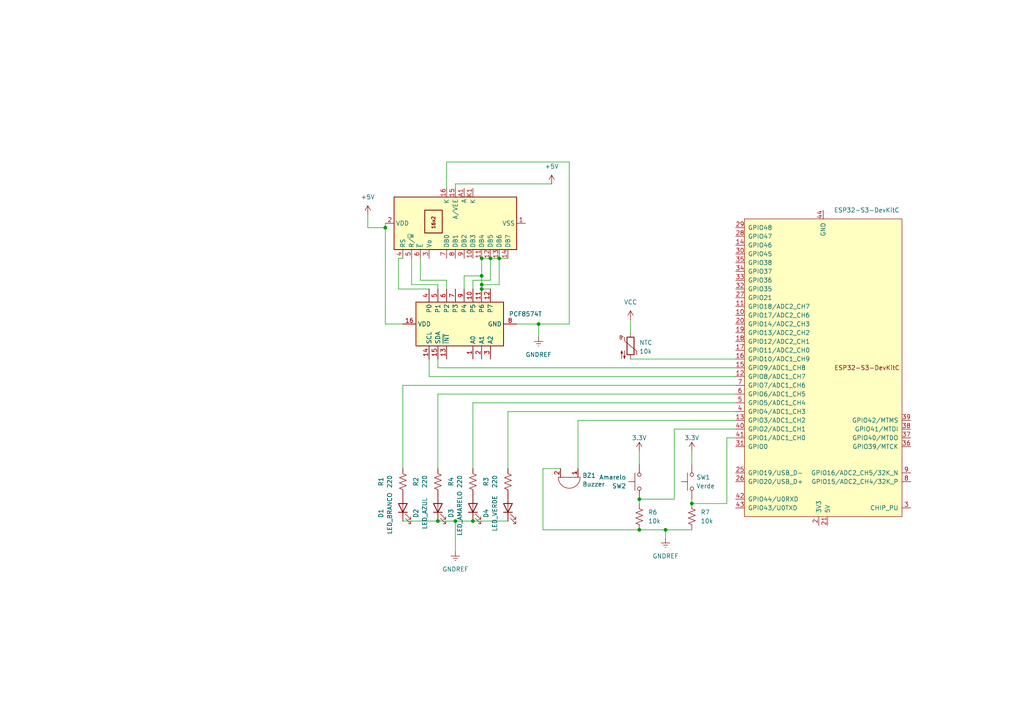
<source format=kicad_sch>
(kicad_sch (version 20250114) (generator "eeschema") (generator_version "9.0")
  (paper "A4")
  (title_block (title "Adriel Cassimiro") (date "2025-06-09") (rev "V 0.0.01") (company "SystemEmbebbed ATV08 SPI"))
  (lib_symbols
    (symbol "Device:Buzzer" (pin_names (offset 0.0254) (hide yes))
      (property "Reference" "BZ" (at 3.81 1.27 0))
      (property "Value" "Buzzer" (at 3.81 -1.27 0))
      (symbol "Buzzer_0_1"
        (polyline (pts (xy -1.651 1.905) (xy -1.143 1.905)))
        (polyline (pts (xy -1.397 2.159) (xy -1.397 1.651)))
        (arc (start 0 3.175) (mid 3.1612 0) (end 0 -3.175))
        (polyline (pts (xy 0 3.175) (xy 0 -3.175)))
      )
      (symbol "Buzzer_1_1"
        (pin passive line (at -2.54 2.54 0) (length 2.54) (name "+") (number "1"))
        (pin passive line (at -2.54 -2.54 0) (length 2.54) (name "-") (number "2"))
      )
    )
    (symbol "Device:LED" (pin_numbers (hide yes)) (pin_names (offset 1.016) (hide yes))
      (property "Reference" "D" (at 0 2.54 0))
      (property "Value" "LED" (at 0 -2.54 0))
      (symbol "LED_0_1"
        (polyline (pts (xy -3.048 -0.762) (xy -4.572 -2.286) (xy -3.81 -2.286) (xy -4.572 -2.286) (xy -4.572 -1.524)))
        (polyline (pts (xy -1.778 -0.762) (xy -3.302 -2.286) (xy -2.54 -2.286) (xy -3.302 -2.286) (xy -3.302 -1.524)))
        (polyline (pts (xy -1.27 0) (xy 1.27 0)))
        (polyline (pts (xy -1.27 -1.27) (xy -1.27 1.27)) (stroke (width 0.254)))
        (polyline (pts (xy 1.27 -1.27) (xy 1.27 1.27) (xy -1.27 0) (xy 1.27 -1.27)) (stroke (width 0.254)))
      )
      (symbol "LED_1_1"
        (pin passive line (at -3.81 0 0) (length 2.54) (name "K") (number "1"))
        (pin passive line (at 3.81 0 180) (length 2.54) (name "A") (number "2"))
      )
    )
    (symbol "Device:R_US" (pin_numbers (hide yes)) (pin_names (offset 0))
      (property "Reference" "R" (at 2.54 0 90))
      (property "Value" "R_US" (at -2.54 0 90))
      (symbol "R_US_0_1"
        (polyline (pts (xy 0 2.286) (xy 0 2.54)))
        (polyline (pts (xy 0 2.286) (xy 1.016 1.905) (xy 0 1.524) (xy -1.016 1.143) (xy 0 0.762)))
        (polyline (pts (xy 0 0.762) (xy 1.016 0.381) (xy 0 0) (xy -1.016 -0.381) (xy 0 -0.762)))
        (polyline (pts (xy 0 -0.762) (xy 1.016 -1.143) (xy 0 -1.524) (xy -1.016 -1.905) (xy 0 -2.286)))
        (polyline (pts (xy 0 -2.286) (xy 0 -2.54)))
      )
      (symbol "R_US_1_1"
        (pin passive line (at 0 3.81 270) (length 1.27) (name "~") (number "1"))
        (pin passive line (at 0 -3.81 90) (length 1.27) (name "~") (number "2"))
      )
    )
    (symbol "Device:Thermistor_NTC" (pin_numbers (hide yes)) (pin_names (offset 0))
      (property "Reference" "TH" (at -4.445 0 90))
      (property "Value" "Thermistor_NTC" (at 3.175 0 90))
      (symbol "Thermistor_NTC_0_1"
        (arc (start -3.175 2.413) (mid -3.0506 2.3165) (end -3.048 2.159))
        (arc (start -3.048 2.794) (mid -2.9736 2.9736) (end -2.794 3.048))
        (arc (start -2.794 3.048) (mid -2.6144 2.9736) (end -2.54 2.794))
        (arc (start -2.794 2.54) (mid -2.9736 2.6144) (end -3.048 2.794))
        (arc (start -2.794 1.905) (mid -2.9736 1.9794) (end -3.048 2.159))
        (arc (start -2.54 2.159) (mid -2.6144 1.9794) (end -2.794 1.905))
        (arc (start -2.159 2.794) (mid -2.434 2.5608) (end -2.794 2.54))
        (polyline (pts (xy -2.54 2.159) (xy -2.54 2.794)))
        (polyline (pts (xy -2.54 -3.683) (xy -2.54 -1.397) (xy -2.794 -2.159) (xy -2.286 -2.159) (xy -2.54 -1.397) (xy -2.54 -1.651)) (fill (type outline)))
        (polyline (pts (xy -1.778 2.54) (xy -1.778 1.524) (xy 1.778 -1.524) (xy 1.778 -2.54)))
        (polyline (pts (xy -1.778 -1.397) (xy -1.778 -3.683) (xy -2.032 -2.921) (xy -1.524 -2.921) (xy -1.778 -3.683) (xy -1.778 -3.429)) (fill (type outline)))
        (rectangle (start -1.016 2.54) (end 1.016 -2.54) (stroke (width 0.254)))
      )
      (symbol "Thermistor_NTC_1_1"
        (pin passive line (at 0 3.81 270) (length 1.27) (name "~") (number "1"))
        (pin passive line (at 0 -3.81 90) (length 1.27) (name "~") (number "2"))
      )
    )
    (symbol "Display_Character:RC1602A-GHW-ESX"
      (property "Reference" "U" (at -5.842 19.05 0))
      (property "Value" "RC1602A-GHW-ESX" (at 3.81 19.05 0))
      (symbol "RC1602A-GHW-ESX_0_0"
        (rectangle (start -2.794 8.89) (end 3.81 3.81) (stroke (width 0.254)) (fill (type background)))
        (text "16x2" (at 0.254 6.35 0) (effects (font (size 0.9906 0.9906) (bold yes))))
      )
      (symbol "RC1602A-GHW-ESX_0_1"
        (rectangle (start -7.62 17.78) (end 7.62 -17.78) (stroke (width 0.254)) (fill (type background)))
      )
      (symbol "RC1602A-GHW-ESX_1_1"
        (pin input line (at -10.16 15.24 0) (length 2.54) (name "RS") (number "4"))
        (pin input line (at -10.16 12.7 0) (length 2.54) (name "R/~{W}") (number "5"))
        (pin input line (at -10.16 10.16 0) (length 2.54) (name "~{E}") (number "6"))
        (pin input line (at -10.16 7.62 0) (length 2.54) (name "Vo") (number "3"))
        (pin bidirectional line (at -10.16 2.54 0) (length 2.54) (name "DB0") (number "7"))
        (pin bidirectional line (at -10.16 0 0) (length 2.54) (name "DB1") (number "8"))
        (pin bidirectional line (at -10.16 -2.54 0) (length 2.54) (name "DB2") (number "9"))
        (pin bidirectional line (at -10.16 -5.08 0) (length 2.54) (name "DB3") (number "10"))
        (pin bidirectional line (at -10.16 -7.62 0) (length 2.54) (name "DB4") (number "11"))
        (pin bidirectional line (at -10.16 -10.16 0) (length 2.54) (name "DB5") (number "12"))
        (pin bidirectional line (at -10.16 -12.7 0) (length 2.54) (name "DB6") (number "13"))
        (pin bidirectional line (at -10.16 -15.24 0) (length 2.54) (name "DB7") (number "14"))
        (pin power_in line (at 0 20.32 270) (length 2.54) (name "VDD") (number "2"))
        (pin power_in line (at 0 -20.32 90) (length 2.54) (name "VSS") (number "1"))
        (pin passive line (at 10.16 2.54 180) (length 2.54) (name "K") (number "16"))
        (pin passive line (at 10.16 0 180) (length 2.54) (name "A/VEE") (number "15"))
        (pin passive line (at 10.16 -2.54 180) (length 2.54) (name "A") (number "A1"))
        (pin passive line (at 10.16 -5.08 180) (length 2.54) (name "K") (number "K1"))
      )
    )
    (symbol "Interface_Expansion:PCF8574T"
      (property "Reference" "U" (at -6.35 12.954 0))
      (property "Value" "PCF8574T" (at 3.048 12.954 0))
      (symbol "PCF8574T_0_1"
        (rectangle (start -6.35 -13.97) (end 6.35 11.43) (stroke (width 0.254)) (fill (type background)))
      )
      (symbol "PCF8574T_1_1"
        (pin input line (at -10.16 7.62 0) (length 3.81) (name "SCL") (number "14"))
        (pin bidirectional line (at -10.16 5.08 0) (length 3.81) (name "SDA") (number "15"))
        (pin open_collector line (at -10.16 2.54 0) (length 3.81) (name "~{INT}") (number "13"))
        (pin input line (at -10.16 -5.08 0) (length 3.81) (name "A0") (number "1"))
        (pin input line (at -10.16 -7.62 0) (length 3.81) (name "A1") (number "2"))
        (pin input line (at -10.16 -10.16 0) (length 3.81) (name "A2") (number "3"))
        (pin power_in line (at 0 15.24 270) (length 3.81) (name "VDD") (number "16"))
        (pin power_in line (at 0 -17.78 90) (length 3.81) (name "GND") (number "8"))
        (pin bidirectional line (at 10.16 7.62 180) (length 3.81) (name "P0") (number "4"))
        (pin bidirectional line (at 10.16 5.08 180) (length 3.81) (name "P1") (number "5"))
        (pin bidirectional line (at 10.16 2.54 180) (length 3.81) (name "P2") (number "6"))
        (pin bidirectional line (at 10.16 0 180) (length 3.81) (name "P3") (number "7"))
        (pin bidirectional line (at 10.16 -2.54 180) (length 3.81) (name "P4") (number "9"))
        (pin bidirectional line (at 10.16 -5.08 180) (length 3.81) (name "P5") (number "10"))
        (pin bidirectional line (at 10.16 -7.62 180) (length 3.81) (name "P6") (number "11"))
        (pin bidirectional line (at 10.16 -10.16 180) (length 3.81) (name "P7") (number "12"))
      )
    )
    (symbol "PCM_Espressif:ESP32-S3-DevKitC" (pin_names (offset 1.016))
      (property "Reference" "U" (at -22.86 48.26 0))
      (property "Value" "ESP32-S3-DevKitC" (at -22.86 45.72 0))
      (symbol "ESP32-S3-DevKitC_0_0"
        (text "ESP32-S3-DevKitC" (at -12.7 0 0) (effects (font (size 1.27 1.27))))
        (pin bidirectional line (at -25.4 15.24 0) (length 2.54) (name "GPIO42/MTMS") (number "39"))
        (pin power_in line (at 0 -45.72 90) (length 2.54) (name "GND") (number "44"))
        (pin bidirectional line (at 25.4 40.64 180) (length 2.54) (name "GPIO43/U0TXD") (number "43"))
        (pin bidirectional line (at 25.4 38.1 180) (length 2.54) (name "GPIO44/U0RXD") (number "42"))
        (pin bidirectional line (at 25.4 20.32 180) (length 2.54) (name "GPIO1/ADC1_CH0") (number "41"))
        (pin bidirectional line (at 25.4 17.78 180) (length 2.54) (name "GPIO2/ADC1_CH1") (number "40"))
        (pin bidirectional line (at 25.4 -10.16 180) (length 2.54) (name "GPIO13/ADC2_CH2") (number "19"))
        (pin bidirectional line (at 25.4 -35.56 180) (length 2.54) (name "GPIO46") (number "14"))
      )
      (symbol "ESP32-S3-DevKitC_0_1"
        (rectangle (start -22.86 43.18) (end 22.86 -43.18) (fill (type background)))
        (pin power_in line (at 1.27 45.72 270) (length 2.54) (name "3V3") (number "2"))
      )
      (symbol "ESP32-S3-DevKitC_1_1"
        (pin input line (at -25.4 40.64 0) (length 2.54) (name "CHIP_PU") (number "3"))
        (pin bidirectional line (at -25.4 33.02 0) (length 2.54) (name "GPIO15/ADC2_CH4/32K_P") (number "8"))
        (pin bidirectional line (at -25.4 30.48 0) (length 2.54) (name "GPIO16/ADC2_CH5/32K_N") (number "9"))
        (pin bidirectional line (at -25.4 22.86 0) (length 2.54) (name "GPIO39/MTCK") (number "36"))
        (pin bidirectional line (at -25.4 20.32 0) (length 2.54) (name "GPIO40/MTDO") (number "37"))
        (pin bidirectional line (at -25.4 17.78 0) (length 2.54) (name "GPIO41/MTDI") (number "38"))
        (pin power_in line (at -1.27 45.72 270) (length 2.54) (name "5V") (number "21"))
        (pin passive line (at 0 -45.72 90) (length 2.54) (hide yes) (name "GND") (number "22"))
        (pin passive line (at 0 -45.72 90) (length 2.54) (hide yes) (name "GND") (number "23"))
        (pin passive line (at 0 -45.72 90) (length 2.54) (hide yes) (name "GND") (number "24"))
        (pin passive line (at 1.27 45.72 270) (length 2.54) (hide yes) (name "3V3") (number "1"))
        (pin bidirectional line (at 25.4 33.02 180) (length 2.54) (name "GPIO20/USB_D+") (number "26"))
        (pin bidirectional line (at 25.4 30.48 180) (length 2.54) (name "GPIO19/USB_D-") (number "25"))
        (pin bidirectional line (at 25.4 22.86 180) (length 2.54) (name "GPIO0") (number "31"))
        (pin bidirectional line (at 25.4 15.24 180) (length 2.54) (name "GPIO3/ADC1_CH2") (number "13"))
        (pin bidirectional line (at 25.4 12.7 180) (length 2.54) (name "GPIO4/ADC1_CH3") (number "4"))
        (pin bidirectional line (at 25.4 10.16 180) (length 2.54) (name "GPIO5/ADC1_CH4") (number "5"))
        (pin bidirectional line (at 25.4 7.62 180) (length 2.54) (name "GPIO6/ADC1_CH5") (number "6"))
        (pin bidirectional line (at 25.4 5.08 180) (length 2.54) (name "GPIO7/ADC1_CH6") (number "7"))
        (pin bidirectional line (at 25.4 2.54 180) (length 2.54) (name "GPIO8/ADC1_CH7") (number "12"))
        (pin bidirectional line (at 25.4 0 180) (length 2.54) (name "GPIO9/ADC1_CH8") (number "15"))
        (pin bidirectional line (at 25.4 -2.54 180) (length 2.54) (name "GPIO10/ADC1_CH9") (number "16"))
        (pin bidirectional line (at 25.4 -5.08 180) (length 2.54) (name "GPIO11/ADC2_CH0") (number "17"))
        (pin bidirectional line (at 25.4 -7.62 180) (length 2.54) (name "GPIO12/ADC2_CH1") (number "18"))
        (pin bidirectional line (at 25.4 -12.7 180) (length 2.54) (name "GPIO14/ADC2_CH3") (number "20"))
        (pin bidirectional line (at 25.4 -15.24 180) (length 2.54) (name "GPIO17/ADC2_CH6") (number "10"))
        (pin bidirectional line (at 25.4 -17.78 180) (length 2.54) (name "GPIO18/ADC2_CH7") (number "11"))
        (pin bidirectional line (at 25.4 -20.32 180) (length 2.54) (name "GPIO21") (number "27"))
        (pin bidirectional line (at 25.4 -22.86 180) (length 2.54) (name "GPIO35") (number "32"))
        (pin bidirectional line (at 25.4 -25.4 180) (length 2.54) (name "GPIO36") (number "33"))
        (pin bidirectional line (at 25.4 -27.94 180) (length 2.54) (name "GPIO37") (number "34"))
        (pin bidirectional line (at 25.4 -30.48 180) (length 2.54) (name "GPIO38") (number "35"))
        (pin bidirectional line (at 25.4 -33.02 180) (length 2.54) (name "GPIO45") (number "30"))
        (pin bidirectional line (at 25.4 -38.1 180) (length 2.54) (name "GPIO47") (number "28"))
        (pin bidirectional line (at 25.4 -40.64 180) (length 2.54) (name "GPIO48") (number "29"))
      )
    )
    (symbol "SparkFun-PowerSymbol:3.3V" (power) (pin_names (offset 0))
      (property "Value" "3.3V" (at 0 3.81 0))
      (symbol "3.3V_0_1"
        (polyline (pts (xy -0.762 1.27) (xy 0 2.54)))
        (polyline (pts (xy 0 2.54) (xy 0.762 1.27)))
        (polyline (pts (xy 0 0) (xy 0 2.54)))
      )
      (symbol "3.3V_1_1"
        (pin power_in line (at 0 0 90) (length 0) (hide yes) (name "3.3V") (number "1"))
      )
    )
    (symbol "Switch:SW_Push" (pin_numbers (hide yes)) (pin_names (offset 1.016) (hide yes))
      (property "Reference" "SW" (at 1.27 2.54 0))
      (property "Value" "SW_Push" (at 0 -1.524 0))
      (symbol "SW_Push_0_1"
        (circle (center -2.032 0) (radius 0.508))
        (polyline (pts (xy 0 1.27) (xy 0 3.048)))
        (circle (center 2.032 0) (radius 0.508))
        (polyline (pts (xy 2.54 1.27) (xy -2.54 1.27)))
        (pin passive line (at -5.08 0 0) (length 2.54) (name "1") (number "1"))
        (pin passive line (at 5.08 0 180) (length 2.54) (name "2") (number "2"))
      )
    )
    (symbol "power:+5V" (power) (pin_numbers (hide yes)) (pin_names (offset 0) (hide yes))
      (property "Value" "+5V" (at 0 3.556 0))
      (symbol "+5V_0_1"
        (polyline (pts (xy -0.762 1.27) (xy 0 2.54)))
        (polyline (pts (xy 0 2.54) (xy 0.762 1.27)))
        (polyline (pts (xy 0 0) (xy 0 2.54)))
      )
      (symbol "+5V_1_1"
        (pin power_in line (at 0 0 90) (length 0) (name "~") (number "1"))
      )
    )
    (symbol "power:GNDREF" (power) (pin_numbers (hide yes)) (pin_names (offset 0) (hide yes))
      (property "Value" "GNDREF" (at 0 -3.81 0))
      (symbol "GNDREF_0_1"
        (polyline (pts (xy -0.635 -1.905) (xy 0.635 -1.905)))
        (polyline (pts (xy -0.127 -2.54) (xy 0.127 -2.54)))
        (polyline (pts (xy 0 -1.27) (xy 0 0)))
        (polyline (pts (xy 1.27 -1.27) (xy -1.27 -1.27)))
      )
      (symbol "GNDREF_1_1"
        (pin power_in line (at 0 0 270) (length 0) (name "~") (number "1"))
      )
    )
    (symbol "power:VCC" (power) (pin_numbers (hide yes)) (pin_names (offset 0) (hide yes))
      (property "Value" "VCC" (at 0 3.556 0))
      (symbol "VCC_0_1"
        (polyline (pts (xy -0.762 1.27) (xy 0 2.54)))
        (polyline (pts (xy 0 2.54) (xy 0.762 1.27)))
        (polyline (pts (xy 0 0) (xy 0 2.54)))
      )
      (symbol "VCC_1_1"
        (pin power_in line (at 0 0 90) (length 0) (name "~") (number "1"))
      )
    )
  )
  (junction (at 185.42 144.78))
  (junction (at 111.76 66.04))
  (junction (at 185.42 153.67))
  (junction (at 137.16 151.13))
  (junction (at 139.7 80.01))
  (junction (at 139.7 83.82))
  (junction (at 132.08 151.13))
  (junction (at 200.66 146.05))
  (junction (at 139.7 74.93))
  (junction (at 139.7 82.55))
  (junction (at 144.78 74.93))
  (junction (at 127 151.13))
  (junction (at 142.24 74.93))
  (junction (at 156.21 93.98))
  (junction (at 193.04 153.67))
  (wire (pts (xy 185.42 144.78) (xy 195.58 144.78)))
  (wire (pts (xy 129.54 81.28) (xy 121.92 81.28)))
  (wire (pts (xy 106.68 62.23) (xy 106.68 66.04)))
  (wire (pts (xy 111.76 64.77) (xy 111.76 66.04)))
  (wire (pts (xy 111.76 93.98) (xy 116.84 93.98)))
  (wire (pts (xy 127 151.13) (xy 132.08 151.13)))
  (wire (pts (xy 119.38 82.55) (xy 119.38 74.93)))
  (wire (pts (xy 134.62 80.01) (xy 139.7 80.01)))
  (wire (pts (xy 127 83.82) (xy 127 82.55)))
  (wire (pts (xy 116.84 151.13) (xy 127 151.13)))
  (wire (pts (xy 147.32 119.38) (xy 147.32 135.89)))
  (wire (pts (xy 106.68 66.04) (xy 111.76 66.04)))
  (wire (pts (xy 160.02 53.34) (xy 132.08 53.34)))
  (wire (pts (xy 137.16 151.13) (xy 147.32 151.13)))
  (wire (pts (xy 165.1 46.99) (xy 165.1 93.98)))
  (wire (pts (xy 142.24 81.28) (xy 142.24 74.93)))
  (wire (pts (xy 162.56 135.89) (xy 157.48 135.89)))
  (wire (pts (xy 165.1 93.98) (xy 156.21 93.98)))
  (wire (pts (xy 121.92 81.28) (xy 121.92 74.93)))
  (wire (pts (xy 127 135.89) (xy 127 114.3)))
  (wire (pts (xy 129.54 83.82) (xy 129.54 81.28)))
  (wire (pts (xy 213.36 119.38) (xy 147.32 119.38)))
  (wire (pts (xy 144.78 82.55) (xy 144.78 74.93)))
  (wire (pts (xy 139.7 83.82) (xy 139.7 82.55)))
  (wire (pts (xy 124.46 83.82) (xy 115.57 83.82)))
  (wire (pts (xy 185.42 144.78) (xy 185.42 146.05)))
  (wire (pts (xy 193.04 153.67) (xy 193.04 156.21)))
  (wire (pts (xy 111.76 66.04) (xy 111.76 93.98)))
  (wire (pts (xy 142.24 83.82) (xy 139.7 83.82)))
  (wire (pts (xy 167.64 121.92) (xy 167.64 135.89)))
  (wire (pts (xy 210.82 146.05) (xy 210.82 127)))
  (wire (pts (xy 195.58 124.46) (xy 213.36 124.46)))
  (wire (pts (xy 195.58 144.78) (xy 195.58 124.46)))
  (wire (pts (xy 185.42 153.67) (xy 193.04 153.67)))
  (wire (pts (xy 200.66 146.05) (xy 210.82 146.05)))
  (wire (pts (xy 210.82 127) (xy 213.36 127)))
  (wire (pts (xy 127 106.68) (xy 213.36 106.68)))
  (wire (pts (xy 139.7 74.93) (xy 142.24 74.93)))
  (wire (pts (xy 193.04 153.67) (xy 200.66 153.67)))
  (wire (pts (xy 182.88 92.71) (xy 182.88 96.52)))
  (wire (pts (xy 132.08 151.13) (xy 132.08 160.02)))
  (wire (pts (xy 137.16 83.82) (xy 137.16 81.28)))
  (wire (pts (xy 137.16 81.28) (xy 142.24 81.28)))
  (wire (pts (xy 213.36 121.92) (xy 167.64 121.92)))
  (wire (pts (xy 132.08 53.34) (xy 132.08 54.61)))
  (wire (pts (xy 115.57 83.82) (xy 115.57 74.93)))
  (wire (pts (xy 144.78 74.93) (xy 147.32 74.93)))
  (wire (pts (xy 129.54 46.99) (xy 165.1 46.99)))
  (wire (pts (xy 156.21 93.98) (xy 156.21 97.79)))
  (wire (pts (xy 127 104.14) (xy 127 106.68)))
  (wire (pts (xy 124.46 104.14) (xy 124.46 109.22)))
  (wire (pts (xy 139.7 82.55) (xy 139.7 80.01)))
  (wire (pts (xy 157.48 153.67) (xy 185.42 153.67)))
  (wire (pts (xy 134.62 83.82) (xy 134.62 80.01)))
  (wire (pts (xy 200.66 144.78) (xy 200.66 146.05)))
  (wire (pts (xy 116.84 111.76) (xy 213.36 111.76)))
  (wire (pts (xy 116.84 135.89) (xy 116.84 111.76)))
  (wire (pts (xy 149.86 93.98) (xy 156.21 93.98)))
  (wire (pts (xy 132.08 151.13) (xy 137.16 151.13)))
  (wire (pts (xy 185.42 134.62) (xy 185.42 130.81)))
  (wire (pts (xy 200.66 134.62) (xy 200.66 130.81)))
  (wire (pts (xy 115.57 74.93) (xy 116.84 74.93)))
  (wire (pts (xy 142.24 74.93) (xy 144.78 74.93)))
  (wire (pts (xy 129.54 54.61) (xy 129.54 46.99)))
  (wire (pts (xy 137.16 135.89) (xy 137.16 116.84)))
  (wire (pts (xy 127 82.55) (xy 119.38 82.55)))
  (wire (pts (xy 157.48 135.89) (xy 157.48 153.67)))
  (wire (pts (xy 213.36 109.22) (xy 124.46 109.22)))
  (wire (pts (xy 139.7 82.55) (xy 144.78 82.55)))
  (wire (pts (xy 139.7 80.01) (xy 139.7 74.93)))
  (wire (pts (xy 213.36 104.14) (xy 182.88 104.14)))
  (wire (pts (xy 127 114.3) (xy 213.36 114.3)))
  (wire (pts (xy 137.16 116.84) (xy 213.36 116.84)))
  (symbol (lib_id "Device:R_US") (at 200.66 149.86 0) (unit 1)
    (property "Reference" "R7" (at 203.2 148.5899 0) (effects (justify left)))
    (property "Value" "10k" (at 203.2 151.1299 0) (effects (justify left)))
    (property "Description" "Resistor, US symbol" (effects (hide yes)))
  )
  (symbol (lib_id "Device:R_US") (at 127 139.7 180) (unit 1)
    (property "Reference" "R2" (at 120.65 139.7 90))
    (property "Value" "220" (at 123.19 139.7 90))
    (property "Description" "Resistor, US symbol" (effects (hide yes)))
  )
  (symbol (lib_id "Device:LED") (at 137.16 147.32 90) (unit 1)
    (property "Reference" "D3" (at 130.81 148.9075 0))
    (property "Value" "LED_AMARELO" (at 133.35 148.9075 0))
    (property "Description" "Light emitting diode" (effects (hide yes)))
    (property "Sim.Pins" "1=K 2=A" (effects (hide yes)))
  )
  (symbol (lib_id "Switch:SW_Push") (at 185.42 139.7 90) (unit 1)
    (property "Reference" "SW2" (at 181.61 140.9701 90) (effects (justify left)))
    (property "Value" "Amarelo" (at 181.61 138.4301 90) (effects (justify left)))
    (property "Description" "Push button switch, generic, two pins" (effects (hide yes)))
  )
  (symbol (lib_id "power:GNDREF") (at 193.04 156.21 0) (unit 1)
    (property "Reference" "#PWR01" (effects (hide yes)))
    (property "Value" "GNDREF" (at 193.04 161.29 0))
    (property "Description" "Power symbol creates a global label with name \"GNDREF\" , reference supply ground" (effects (hide yes)))
  )
  (symbol (lib_id "power:+5V") (at 160.02 53.34 0) (unit 1)
    (property "Reference" "#PWR07" (effects (hide yes)))
    (property "Value" "+5V" (at 160.02 48.26 0))
    (property "Description" "Power symbol creates a global label with name \"+5V\"" (effects (hide yes)))
  )
  (symbol (lib_id "Device:R_US") (at 116.84 139.7 180) (unit 1)
    (property "Reference" "R1" (at 110.49 139.7 90))
    (property "Value" "220" (at 113.03 139.7 90))
    (property "Description" "Resistor, US symbol" (effects (hide yes)))
  )
  (symbol (lib_id "Interface_Expansion:PCF8574T") (at 132.08 93.98 90) (unit 1)
    (property "Reference" "U2" (effects (hide yes)))
    (property "Value" "PCF8574T" (at 152.4 91.0746 90))
    (property "Footprint" "Package_SO:SOIC-16W_7.5x10.3mm_P1.27mm" (effects (hide yes)))
    (property "Datasheet" "http://www.nxp.com/docs/en/data-sheet/PCF8574_PCF8574A.pdf" (effects (hide yes)))
    (property "Description" "8 Bit Port/Expander to I2C Bus, fixed address bits 0b0100, SOIC-16" (effects (hide yes)))
  )
  (symbol (lib_id "Switch:SW_Push") (at 200.66 139.7 90) (unit 1)
    (property "Reference" "SW1" (at 201.93 138.4299 90) (effects (justify right)))
    (property "Value" "Verde" (at 201.93 140.9699 90) (effects (justify right)))
    (property "Description" "Push button switch, generic, two pins" (effects (hide yes)))
  )
  (symbol (lib_id "Device:LED") (at 127 147.32 90) (unit 1)
    (property "Reference" "D2" (at 120.65 148.9075 0))
    (property "Value" "LED_AZUL" (at 123.19 148.9075 0))
    (property "Description" "Light emitting diode" (effects (hide yes)))
    (property "Sim.Pins" "1=K 2=A" (effects (hide yes)))
  )
  (symbol (lib_id "SparkFun-PowerSymbol:3.3V") (at 185.42 130.81 0) (unit 1)
    (property "Reference" "#PWR04" (effects (hide yes)))
    (property "Value" "3.3V" (at 185.42 127 0))
    (property "Description" "Power symbol creates a global label with name \"3.3V\"" (effects (hide yes)))
  )
  (symbol (lib_id "Device:R_US") (at 147.32 139.7 180) (unit 1)
    (property "Reference" "R3" (at 140.97 139.7 90))
    (property "Value" "220" (at 143.51 139.7 90))
    (property "Description" "Resistor, US symbol" (effects (hide yes)))
  )
  (symbol (lib_id "Device:LED") (at 147.32 147.32 90) (unit 1)
    (property "Reference" "D4" (at 140.97 148.9075 0))
    (property "Value" "LED_VERDE" (at 143.51 148.9075 0))
    (property "Description" "Light emitting diode" (effects (hide yes)))
    (property "Sim.Pins" "1=K 2=A" (effects (hide yes)))
  )
  (symbol (lib_id "SparkFun-PowerSymbol:3.3V") (at 200.66 130.81 0) (unit 1)
    (property "Reference" "#PWR05" (effects (hide yes)))
    (property "Value" "3.3V" (at 200.66 127 0))
    (property "Description" "Power symbol creates a global label with name \"3.3V\"" (effects (hide yes)))
  )
  (symbol (lib_id "Device:Buzzer") (at 165.1 138.43 270) (unit 1)
    (property "Reference" "BZ1" (at 168.91 137.915 90) (effects (justify left)))
    (property "Value" "Buzzer" (at 168.91 140.455 90) (effects (justify left)))
    (property "Description" "Buzzer, polarized" (effects (hide yes)))
  )
  (symbol (lib_id "Device:R_US") (at 185.42 149.86 0) (unit 1)
    (property "Reference" "R6" (at 187.96 148.5899 0) (effects (justify left)))
    (property "Value" "10k" (at 187.96 151.1299 0) (effects (justify left)))
    (property "Description" "Resistor, US symbol" (effects (hide yes)))
  )
  (symbol (lib_id "power:+5V") (at 106.68 62.23 0) (unit 1)
    (property "Reference" "#PWR08" (effects (hide yes)))
    (property "Value" "+5V" (at 106.68 57.15 0))
    (property "Description" "Power symbol creates a global label with name \"+5V\"" (effects (hide yes)))
  )
  (symbol (lib_id "power:GNDREF") (at 156.21 97.79 0) (unit 1)
    (property "Reference" "#PWR06" (effects (hide yes)))
    (property "Value" "GNDREF" (at 156.21 102.87 0))
    (property "Description" "Power symbol creates a global label with name \"GNDREF\" , reference supply ground" (effects (hide yes)))
  )
  (symbol (lib_id "power:VCC") (at 182.88 92.71 0) (unit 1)
    (property "Reference" "#PWR02" (effects (hide yes)))
    (property "Value" "VCC" (at 182.88 87.63 0))
    (property "Description" "Power symbol creates a global label with name \"VCC\"" (effects (hide yes)))
  )
  (symbol (lib_id "PCM_Espressif:ESP32-S3-DevKitC") (at 238.76 106.68 180) (unit 1)
    (property "Reference" "U1" (effects (hide yes)))
    (property "Value" "ESP32-S3-DevKitC" (at 241.8781 60.96 0) (effects (justify right)))
    (property "Footprint" "PCM_Espressif:ESP32-S3-DevKitC" (effects (hide yes)))
    (property "Description" "ESP32-S3-DevKitC" (effects (hide yes)))
  )
  (symbol (lib_id "power:GNDREF") (at 132.08 160.02 0) (unit 1)
    (property "Reference" "#PWR03" (effects (hide yes)))
    (property "Value" "GNDREF" (at 132.08 165.1 0))
    (property "Description" "Power symbol creates a global label with name \"GNDREF\" , reference supply ground" (effects (hide yes)))
  )
  (symbol (lib_id "Device:R_US") (at 137.16 139.7 180) (unit 1)
    (property "Reference" "R4" (at 130.81 139.7 90))
    (property "Value" "220" (at 133.35 139.7 90))
    (property "Description" "Resistor, US symbol" (effects (hide yes)))
  )
  (symbol (lib_id "Display_Character:RC1602A-GHW-ESX") (at 132.08 64.77 90) (unit 1)
    (property "Reference" "U3" (effects (hide yes)))
    (property "Value" "RC1602A-GHW-ESX" (effects (hide yes)))
    (property "Footprint" "Display:RC1602A" (effects (hide yes)))
    (property "Datasheet" "http://www.raystar-optronics.com/down.php?ProID=18" (effects (hide yes)))
    (property "Description" "LCD 16x2 Alphanumeric 16pin Gray Backlight" (effects (hide yes)))
  )
  (symbol (lib_id "Device:LED") (at 116.84 147.32 90) (unit 1)
    (property "Reference" "D1" (at 110.49 148.9075 0))
    (property "Value" "LED_BRANCO" (at 113.03 148.9075 0))
    (property "Description" "Light emitting diode" (effects (hide yes)))
    (property "Sim.Pins" "1=K 2=A" (effects (hide yes)))
  )
  (symbol (lib_id "Device:Thermistor_NTC") (at 182.88 100.33 0) (unit 1)
    (property "Reference" "NTC" (at 185.42 99.3774 0) (effects (justify left)))
    (property "Value" "10k" (at 185.42 101.9174 0) (effects (justify left)))
    (property "Description" "Temperature dependent resistor, negative temperature coefficient" (effects (hide yes)))
  )
)
</source>
